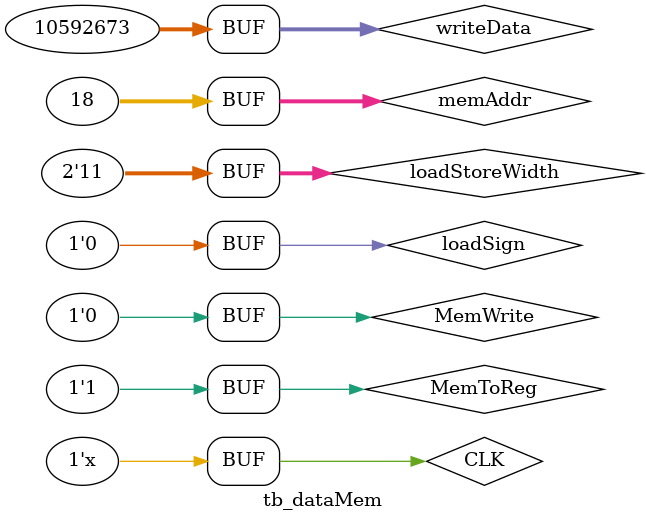
<source format=v>
`timescale 1ns / 1ps
`define clock_period 20

module tb_dataMem(
    );
    
    reg MemToReg; //Ñ¡Ôñ¶Á½á¹û£¬À´×ÔALU»¹ÊÇÊý¾Ý´æ´¢Æ÷
    reg MemWrite; //Ð´¿ØÖÆÐÅºÅ£¬Îª1Ê±Ð´
    reg [1:0]loadStoreWidth ;
    reg loadSign;
    reg CLK;
    reg [31:0] memAddr;  //²Ù×÷µÄµØÖ·
    reg [31:0] writeData;
    wire [31:0] writeBackData;  //Êý¾ÝÑ¡ÔñÆ÷×îÖÕÊä³ö½á¹û

    
    DataMEM test(
           MemToReg,MemWrite,loadStoreWidth,loadSign,CLK,memAddr,writeData,writeBackData
        );
      
      initial CLK =1'b1;
      always#(`clock_period/2) CLK=~CLK;  

initial begin
    #20   
   // writeBackData=memAddr=32'h13 ×Ö½Ú
    MemToReg = 1'b0;
    MemWrite = 1'b1;
    memAddr = 32'h13;
    writeData = 32'ha1;     //1010 0001
    loadStoreWidth =2'b00;

    #20
//¶Á    writeBackData=1010 0001  ×Ö½Ú
    MemToReg = 1'b1;
    MemWrite = 1'b0;
    memAddr = 32'h13;
    loadStoreWidth =2'b00;
    loadSign =1'b0;

    #20   
   // writeBackData=memAddr=32'h11 °ë×Ö³¤
    MemToReg = 1'b0;
    MemWrite = 1'b1;
    memAddr = 32'h11;
    writeData = 32'ha1a1;     //1010 0001 1010 0001
    loadStoreWidth =2'b01;

    #20
//¶Á  writeBackData=1010 0001 1010 0001 £¨Ç°Ãæ²¹1£©
    MemToReg = 1'b1;
    MemWrite = 1'b0;
    memAddr = 32'h11;
    loadStoreWidth =2'b01;
    loadSign =1'b1;

    #20   
   // writeBackData=memAddr=32'h12
    MemToReg = 1'b0;
    MemWrite = 1'b1;
    memAddr = 32'h12;
    writeData = 32'ha1a1a1;    
    loadStoreWidth =2'b11;

    #20
//¶Á   writeBackData=32'ha1a1a1
    MemToReg = 1'b1;
    MemWrite = 1'b0;
    memAddr = 32'h12;
    loadStoreWidth =2'b11;
    loadSign =1'b0;
end

endmodule
</source>
